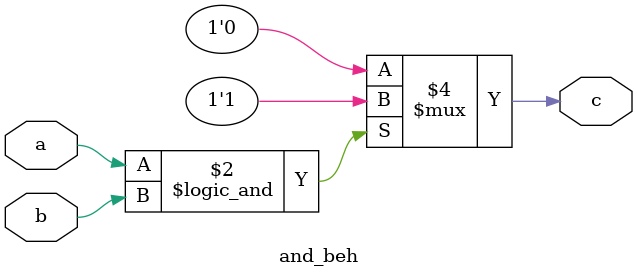
<source format=v>
module and_beh(input a,b,output reg c);
initial begin
		if(a && b)begin
		 c=1;
			end
		
			else begin
		 c=0;
	end
end
endmodule

</source>
